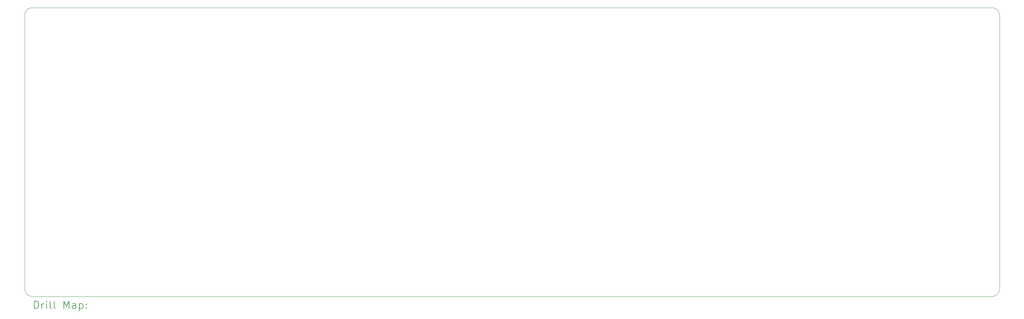
<source format=gbr>
%TF.GenerationSoftware,KiCad,Pcbnew,7.0.8-7.0.8~ubuntu23.04.1*%
%TF.CreationDate,Date%
%TF.ProjectId,plate,706c6174-652e-46b6-9963-61645f706362,rev?*%
%TF.SameCoordinates,Original*%
%TF.FileFunction,Drillmap*%
%TF.FilePolarity,Positive*%
%FSLAX45Y45*%
G04 Gerber Fmt 4.5, Leading zero omitted, Abs format (unit mm)*
G04 Created by KiCad*
%MOMM*%
%LPD*%
G01*
G04 APERTURE LIST*
%ADD10C,0.100000*%
%ADD11C,0.200000*%
G04 APERTURE END LIST*
D10*
X2136375Y-5359750D02*
G75*
G03*
X1936375Y-5559750I0J-200000D01*
G01*
X1936375Y-12779750D02*
X1936375Y-5559750D01*
X27653875Y-5559750D02*
X27653875Y-12779750D01*
X27453875Y-12979745D02*
G75*
G03*
X27653875Y-12779750I5J199995D01*
G01*
X1936375Y-12779750D02*
G75*
G03*
X2136375Y-12979750I200000J0D01*
G01*
X27453875Y-5359750D02*
X2136375Y-5359750D01*
X2136375Y-12979750D02*
X27453875Y-12979750D01*
X27653880Y-5559750D02*
G75*
G03*
X27453875Y-5359750I-200000J0D01*
G01*
D11*
X2192152Y-13296234D02*
X2192152Y-13096234D01*
X2192152Y-13096234D02*
X2239771Y-13096234D01*
X2239771Y-13096234D02*
X2268342Y-13105758D01*
X2268342Y-13105758D02*
X2287390Y-13124805D01*
X2287390Y-13124805D02*
X2296914Y-13143853D01*
X2296914Y-13143853D02*
X2306438Y-13181948D01*
X2306438Y-13181948D02*
X2306438Y-13210519D01*
X2306438Y-13210519D02*
X2296914Y-13248615D01*
X2296914Y-13248615D02*
X2287390Y-13267662D01*
X2287390Y-13267662D02*
X2268342Y-13286710D01*
X2268342Y-13286710D02*
X2239771Y-13296234D01*
X2239771Y-13296234D02*
X2192152Y-13296234D01*
X2392152Y-13296234D02*
X2392152Y-13162900D01*
X2392152Y-13200996D02*
X2401676Y-13181948D01*
X2401676Y-13181948D02*
X2411199Y-13172424D01*
X2411199Y-13172424D02*
X2430247Y-13162900D01*
X2430247Y-13162900D02*
X2449295Y-13162900D01*
X2515961Y-13296234D02*
X2515961Y-13162900D01*
X2515961Y-13096234D02*
X2506438Y-13105758D01*
X2506438Y-13105758D02*
X2515961Y-13115281D01*
X2515961Y-13115281D02*
X2525485Y-13105758D01*
X2525485Y-13105758D02*
X2515961Y-13096234D01*
X2515961Y-13096234D02*
X2515961Y-13115281D01*
X2639771Y-13296234D02*
X2620723Y-13286710D01*
X2620723Y-13286710D02*
X2611199Y-13267662D01*
X2611199Y-13267662D02*
X2611199Y-13096234D01*
X2744533Y-13296234D02*
X2725485Y-13286710D01*
X2725485Y-13286710D02*
X2715961Y-13267662D01*
X2715961Y-13267662D02*
X2715961Y-13096234D01*
X2973104Y-13296234D02*
X2973104Y-13096234D01*
X2973104Y-13096234D02*
X3039771Y-13239091D01*
X3039771Y-13239091D02*
X3106437Y-13096234D01*
X3106437Y-13096234D02*
X3106437Y-13296234D01*
X3287390Y-13296234D02*
X3287390Y-13191472D01*
X3287390Y-13191472D02*
X3277866Y-13172424D01*
X3277866Y-13172424D02*
X3258818Y-13162900D01*
X3258818Y-13162900D02*
X3220723Y-13162900D01*
X3220723Y-13162900D02*
X3201676Y-13172424D01*
X3287390Y-13286710D02*
X3268342Y-13296234D01*
X3268342Y-13296234D02*
X3220723Y-13296234D01*
X3220723Y-13296234D02*
X3201676Y-13286710D01*
X3201676Y-13286710D02*
X3192152Y-13267662D01*
X3192152Y-13267662D02*
X3192152Y-13248615D01*
X3192152Y-13248615D02*
X3201676Y-13229567D01*
X3201676Y-13229567D02*
X3220723Y-13220043D01*
X3220723Y-13220043D02*
X3268342Y-13220043D01*
X3268342Y-13220043D02*
X3287390Y-13210519D01*
X3382628Y-13162900D02*
X3382628Y-13362900D01*
X3382628Y-13172424D02*
X3401676Y-13162900D01*
X3401676Y-13162900D02*
X3439771Y-13162900D01*
X3439771Y-13162900D02*
X3458818Y-13172424D01*
X3458818Y-13172424D02*
X3468342Y-13181948D01*
X3468342Y-13181948D02*
X3477866Y-13200996D01*
X3477866Y-13200996D02*
X3477866Y-13258138D01*
X3477866Y-13258138D02*
X3468342Y-13277186D01*
X3468342Y-13277186D02*
X3458818Y-13286710D01*
X3458818Y-13286710D02*
X3439771Y-13296234D01*
X3439771Y-13296234D02*
X3401676Y-13296234D01*
X3401676Y-13296234D02*
X3382628Y-13286710D01*
X3563580Y-13277186D02*
X3573104Y-13286710D01*
X3573104Y-13286710D02*
X3563580Y-13296234D01*
X3563580Y-13296234D02*
X3554057Y-13286710D01*
X3554057Y-13286710D02*
X3563580Y-13277186D01*
X3563580Y-13277186D02*
X3563580Y-13296234D01*
X3563580Y-13172424D02*
X3573104Y-13181948D01*
X3573104Y-13181948D02*
X3563580Y-13191472D01*
X3563580Y-13191472D02*
X3554057Y-13181948D01*
X3554057Y-13181948D02*
X3563580Y-13172424D01*
X3563580Y-13172424D02*
X3563580Y-13191472D01*
M02*

</source>
